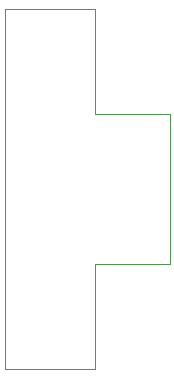
<source format=gm1>
G04 #@! TF.GenerationSoftware,KiCad,Pcbnew,7.0.5-0*
G04 #@! TF.CreationDate,2023-07-15T01:20:54-04:00*
G04 #@! TF.ProjectId,programmer,70726f67-7261-46d6-9d65-722e6b696361,rev?*
G04 #@! TF.SameCoordinates,Original*
G04 #@! TF.FileFunction,Profile,NP*
%FSLAX46Y46*%
G04 Gerber Fmt 4.6, Leading zero omitted, Abs format (unit mm)*
G04 Created by KiCad (PCBNEW 7.0.5-0) date 2023-07-15 01:20:54*
%MOMM*%
%LPD*%
G01*
G04 APERTURE LIST*
G04 #@! TA.AperFunction,Profile*
%ADD10C,0.100000*%
G04 #@! TD*
G04 APERTURE END LIST*
D10*
X140970000Y-68580000D02*
X133350000Y-68580000D01*
X147320000Y-46990000D02*
X147320000Y-59690000D01*
X133350000Y-41910000D02*
X133350000Y-38100000D01*
X140970000Y-59690000D02*
X140970000Y-68580000D01*
X140970000Y-46990000D02*
X147320000Y-46990000D01*
X133350000Y-38100000D02*
X140970000Y-38100000D01*
X147320000Y-59690000D02*
X140970000Y-59690000D01*
X133350000Y-68580000D02*
X133350000Y-41910000D01*
X140970000Y-38100000D02*
X140970000Y-46990000D01*
M02*

</source>
